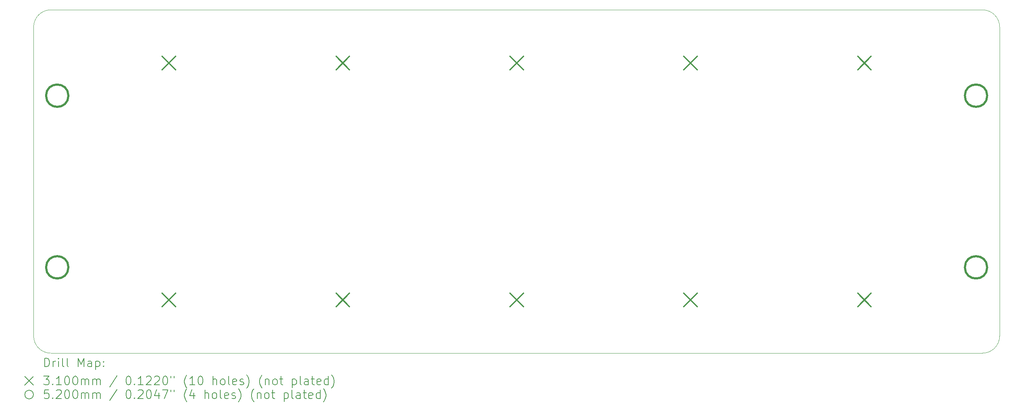
<source format=gbr>
%TF.GenerationSoftware,KiCad,Pcbnew,7.0.8*%
%TF.CreationDate,2023-11-12T21:22:33-08:00*%
%TF.ProjectId,10p-battery-holder,3130702d-6261-4747-9465-72792d686f6c,V1*%
%TF.SameCoordinates,Original*%
%TF.FileFunction,Drillmap*%
%TF.FilePolarity,Positive*%
%FSLAX45Y45*%
G04 Gerber Fmt 4.5, Leading zero omitted, Abs format (unit mm)*
G04 Created by KiCad (PCBNEW 7.0.8) date 2023-11-12 21:22:33*
%MOMM*%
%LPD*%
G01*
G04 APERTURE LIST*
%ADD10C,0.100000*%
%ADD11C,0.200000*%
%ADD12C,0.310000*%
%ADD13C,0.520000*%
G04 APERTURE END LIST*
D10*
X26100000Y-13050000D02*
X4400000Y-13050000D01*
X26500000Y-5450000D02*
X26500000Y-12650000D01*
X26100000Y-13050000D02*
G75*
G03*
X26500000Y-12650000I0J400000D01*
G01*
X4000000Y-12650000D02*
G75*
G03*
X4400000Y-13050000I400000J0D01*
G01*
X4400000Y-5050000D02*
G75*
G03*
X4000000Y-5450000I0J-400000D01*
G01*
X4400000Y-5050000D02*
X26100000Y-5050000D01*
X4000000Y-12650000D02*
X4000000Y-5450000D01*
X26500000Y-5450000D02*
G75*
G03*
X26100000Y-5050000I-400000J0D01*
G01*
D11*
D12*
X6995000Y-6135000D02*
X7305000Y-6445000D01*
X7305000Y-6135000D02*
X6995000Y-6445000D01*
X6995000Y-11655000D02*
X7305000Y-11965000D01*
X7305000Y-11655000D02*
X6995000Y-11965000D01*
X11045000Y-6135000D02*
X11355000Y-6445000D01*
X11355000Y-6135000D02*
X11045000Y-6445000D01*
X11045000Y-11655000D02*
X11355000Y-11965000D01*
X11355000Y-11655000D02*
X11045000Y-11965000D01*
X15095000Y-6135000D02*
X15405000Y-6445000D01*
X15405000Y-6135000D02*
X15095000Y-6445000D01*
X15095000Y-11655000D02*
X15405000Y-11965000D01*
X15405000Y-11655000D02*
X15095000Y-11965000D01*
X19145000Y-6135000D02*
X19455000Y-6445000D01*
X19455000Y-6135000D02*
X19145000Y-6445000D01*
X19145000Y-11655000D02*
X19455000Y-11965000D01*
X19455000Y-11655000D02*
X19145000Y-11965000D01*
X23195000Y-6135000D02*
X23505000Y-6445000D01*
X23505000Y-6135000D02*
X23195000Y-6445000D01*
X23195000Y-11655000D02*
X23505000Y-11965000D01*
X23505000Y-11655000D02*
X23195000Y-11965000D01*
D13*
X4810000Y-7050000D02*
G75*
G03*
X4810000Y-7050000I-260000J0D01*
G01*
X4810000Y-11050000D02*
G75*
G03*
X4810000Y-11050000I-260000J0D01*
G01*
X26210000Y-7050000D02*
G75*
G03*
X26210000Y-7050000I-260000J0D01*
G01*
X26210000Y-11050000D02*
G75*
G03*
X26210000Y-11050000I-260000J0D01*
G01*
D11*
X4255777Y-13366484D02*
X4255777Y-13166484D01*
X4255777Y-13166484D02*
X4303396Y-13166484D01*
X4303396Y-13166484D02*
X4331967Y-13176008D01*
X4331967Y-13176008D02*
X4351015Y-13195055D01*
X4351015Y-13195055D02*
X4360539Y-13214103D01*
X4360539Y-13214103D02*
X4370063Y-13252198D01*
X4370063Y-13252198D02*
X4370063Y-13280769D01*
X4370063Y-13280769D02*
X4360539Y-13318865D01*
X4360539Y-13318865D02*
X4351015Y-13337912D01*
X4351015Y-13337912D02*
X4331967Y-13356960D01*
X4331967Y-13356960D02*
X4303396Y-13366484D01*
X4303396Y-13366484D02*
X4255777Y-13366484D01*
X4455777Y-13366484D02*
X4455777Y-13233150D01*
X4455777Y-13271246D02*
X4465301Y-13252198D01*
X4465301Y-13252198D02*
X4474824Y-13242674D01*
X4474824Y-13242674D02*
X4493872Y-13233150D01*
X4493872Y-13233150D02*
X4512920Y-13233150D01*
X4579586Y-13366484D02*
X4579586Y-13233150D01*
X4579586Y-13166484D02*
X4570063Y-13176008D01*
X4570063Y-13176008D02*
X4579586Y-13185531D01*
X4579586Y-13185531D02*
X4589110Y-13176008D01*
X4589110Y-13176008D02*
X4579586Y-13166484D01*
X4579586Y-13166484D02*
X4579586Y-13185531D01*
X4703396Y-13366484D02*
X4684348Y-13356960D01*
X4684348Y-13356960D02*
X4674824Y-13337912D01*
X4674824Y-13337912D02*
X4674824Y-13166484D01*
X4808158Y-13366484D02*
X4789110Y-13356960D01*
X4789110Y-13356960D02*
X4779586Y-13337912D01*
X4779586Y-13337912D02*
X4779586Y-13166484D01*
X5036729Y-13366484D02*
X5036729Y-13166484D01*
X5036729Y-13166484D02*
X5103396Y-13309341D01*
X5103396Y-13309341D02*
X5170063Y-13166484D01*
X5170063Y-13166484D02*
X5170063Y-13366484D01*
X5351015Y-13366484D02*
X5351015Y-13261722D01*
X5351015Y-13261722D02*
X5341491Y-13242674D01*
X5341491Y-13242674D02*
X5322444Y-13233150D01*
X5322444Y-13233150D02*
X5284348Y-13233150D01*
X5284348Y-13233150D02*
X5265301Y-13242674D01*
X5351015Y-13356960D02*
X5331967Y-13366484D01*
X5331967Y-13366484D02*
X5284348Y-13366484D01*
X5284348Y-13366484D02*
X5265301Y-13356960D01*
X5265301Y-13356960D02*
X5255777Y-13337912D01*
X5255777Y-13337912D02*
X5255777Y-13318865D01*
X5255777Y-13318865D02*
X5265301Y-13299817D01*
X5265301Y-13299817D02*
X5284348Y-13290293D01*
X5284348Y-13290293D02*
X5331967Y-13290293D01*
X5331967Y-13290293D02*
X5351015Y-13280769D01*
X5446253Y-13233150D02*
X5446253Y-13433150D01*
X5446253Y-13242674D02*
X5465301Y-13233150D01*
X5465301Y-13233150D02*
X5503396Y-13233150D01*
X5503396Y-13233150D02*
X5522444Y-13242674D01*
X5522444Y-13242674D02*
X5531967Y-13252198D01*
X5531967Y-13252198D02*
X5541491Y-13271246D01*
X5541491Y-13271246D02*
X5541491Y-13328388D01*
X5541491Y-13328388D02*
X5531967Y-13347436D01*
X5531967Y-13347436D02*
X5522444Y-13356960D01*
X5522444Y-13356960D02*
X5503396Y-13366484D01*
X5503396Y-13366484D02*
X5465301Y-13366484D01*
X5465301Y-13366484D02*
X5446253Y-13356960D01*
X5627205Y-13347436D02*
X5636729Y-13356960D01*
X5636729Y-13356960D02*
X5627205Y-13366484D01*
X5627205Y-13366484D02*
X5617682Y-13356960D01*
X5617682Y-13356960D02*
X5627205Y-13347436D01*
X5627205Y-13347436D02*
X5627205Y-13366484D01*
X5627205Y-13242674D02*
X5636729Y-13252198D01*
X5636729Y-13252198D02*
X5627205Y-13261722D01*
X5627205Y-13261722D02*
X5617682Y-13252198D01*
X5617682Y-13252198D02*
X5627205Y-13242674D01*
X5627205Y-13242674D02*
X5627205Y-13261722D01*
X3795000Y-13595000D02*
X3995000Y-13795000D01*
X3995000Y-13595000D02*
X3795000Y-13795000D01*
X4236729Y-13586484D02*
X4360539Y-13586484D01*
X4360539Y-13586484D02*
X4293872Y-13662674D01*
X4293872Y-13662674D02*
X4322444Y-13662674D01*
X4322444Y-13662674D02*
X4341491Y-13672198D01*
X4341491Y-13672198D02*
X4351015Y-13681722D01*
X4351015Y-13681722D02*
X4360539Y-13700769D01*
X4360539Y-13700769D02*
X4360539Y-13748388D01*
X4360539Y-13748388D02*
X4351015Y-13767436D01*
X4351015Y-13767436D02*
X4341491Y-13776960D01*
X4341491Y-13776960D02*
X4322444Y-13786484D01*
X4322444Y-13786484D02*
X4265301Y-13786484D01*
X4265301Y-13786484D02*
X4246253Y-13776960D01*
X4246253Y-13776960D02*
X4236729Y-13767436D01*
X4446253Y-13767436D02*
X4455777Y-13776960D01*
X4455777Y-13776960D02*
X4446253Y-13786484D01*
X4446253Y-13786484D02*
X4436729Y-13776960D01*
X4436729Y-13776960D02*
X4446253Y-13767436D01*
X4446253Y-13767436D02*
X4446253Y-13786484D01*
X4646253Y-13786484D02*
X4531967Y-13786484D01*
X4589110Y-13786484D02*
X4589110Y-13586484D01*
X4589110Y-13586484D02*
X4570063Y-13615055D01*
X4570063Y-13615055D02*
X4551015Y-13634103D01*
X4551015Y-13634103D02*
X4531967Y-13643627D01*
X4770063Y-13586484D02*
X4789110Y-13586484D01*
X4789110Y-13586484D02*
X4808158Y-13596008D01*
X4808158Y-13596008D02*
X4817682Y-13605531D01*
X4817682Y-13605531D02*
X4827205Y-13624579D01*
X4827205Y-13624579D02*
X4836729Y-13662674D01*
X4836729Y-13662674D02*
X4836729Y-13710293D01*
X4836729Y-13710293D02*
X4827205Y-13748388D01*
X4827205Y-13748388D02*
X4817682Y-13767436D01*
X4817682Y-13767436D02*
X4808158Y-13776960D01*
X4808158Y-13776960D02*
X4789110Y-13786484D01*
X4789110Y-13786484D02*
X4770063Y-13786484D01*
X4770063Y-13786484D02*
X4751015Y-13776960D01*
X4751015Y-13776960D02*
X4741491Y-13767436D01*
X4741491Y-13767436D02*
X4731967Y-13748388D01*
X4731967Y-13748388D02*
X4722444Y-13710293D01*
X4722444Y-13710293D02*
X4722444Y-13662674D01*
X4722444Y-13662674D02*
X4731967Y-13624579D01*
X4731967Y-13624579D02*
X4741491Y-13605531D01*
X4741491Y-13605531D02*
X4751015Y-13596008D01*
X4751015Y-13596008D02*
X4770063Y-13586484D01*
X4960539Y-13586484D02*
X4979586Y-13586484D01*
X4979586Y-13586484D02*
X4998634Y-13596008D01*
X4998634Y-13596008D02*
X5008158Y-13605531D01*
X5008158Y-13605531D02*
X5017682Y-13624579D01*
X5017682Y-13624579D02*
X5027205Y-13662674D01*
X5027205Y-13662674D02*
X5027205Y-13710293D01*
X5027205Y-13710293D02*
X5017682Y-13748388D01*
X5017682Y-13748388D02*
X5008158Y-13767436D01*
X5008158Y-13767436D02*
X4998634Y-13776960D01*
X4998634Y-13776960D02*
X4979586Y-13786484D01*
X4979586Y-13786484D02*
X4960539Y-13786484D01*
X4960539Y-13786484D02*
X4941491Y-13776960D01*
X4941491Y-13776960D02*
X4931967Y-13767436D01*
X4931967Y-13767436D02*
X4922444Y-13748388D01*
X4922444Y-13748388D02*
X4912920Y-13710293D01*
X4912920Y-13710293D02*
X4912920Y-13662674D01*
X4912920Y-13662674D02*
X4922444Y-13624579D01*
X4922444Y-13624579D02*
X4931967Y-13605531D01*
X4931967Y-13605531D02*
X4941491Y-13596008D01*
X4941491Y-13596008D02*
X4960539Y-13586484D01*
X5112920Y-13786484D02*
X5112920Y-13653150D01*
X5112920Y-13672198D02*
X5122444Y-13662674D01*
X5122444Y-13662674D02*
X5141491Y-13653150D01*
X5141491Y-13653150D02*
X5170063Y-13653150D01*
X5170063Y-13653150D02*
X5189110Y-13662674D01*
X5189110Y-13662674D02*
X5198634Y-13681722D01*
X5198634Y-13681722D02*
X5198634Y-13786484D01*
X5198634Y-13681722D02*
X5208158Y-13662674D01*
X5208158Y-13662674D02*
X5227205Y-13653150D01*
X5227205Y-13653150D02*
X5255777Y-13653150D01*
X5255777Y-13653150D02*
X5274825Y-13662674D01*
X5274825Y-13662674D02*
X5284348Y-13681722D01*
X5284348Y-13681722D02*
X5284348Y-13786484D01*
X5379586Y-13786484D02*
X5379586Y-13653150D01*
X5379586Y-13672198D02*
X5389110Y-13662674D01*
X5389110Y-13662674D02*
X5408158Y-13653150D01*
X5408158Y-13653150D02*
X5436729Y-13653150D01*
X5436729Y-13653150D02*
X5455777Y-13662674D01*
X5455777Y-13662674D02*
X5465301Y-13681722D01*
X5465301Y-13681722D02*
X5465301Y-13786484D01*
X5465301Y-13681722D02*
X5474825Y-13662674D01*
X5474825Y-13662674D02*
X5493872Y-13653150D01*
X5493872Y-13653150D02*
X5522444Y-13653150D01*
X5522444Y-13653150D02*
X5541491Y-13662674D01*
X5541491Y-13662674D02*
X5551015Y-13681722D01*
X5551015Y-13681722D02*
X5551015Y-13786484D01*
X5941491Y-13576960D02*
X5770063Y-13834103D01*
X6198634Y-13586484D02*
X6217682Y-13586484D01*
X6217682Y-13586484D02*
X6236729Y-13596008D01*
X6236729Y-13596008D02*
X6246253Y-13605531D01*
X6246253Y-13605531D02*
X6255777Y-13624579D01*
X6255777Y-13624579D02*
X6265301Y-13662674D01*
X6265301Y-13662674D02*
X6265301Y-13710293D01*
X6265301Y-13710293D02*
X6255777Y-13748388D01*
X6255777Y-13748388D02*
X6246253Y-13767436D01*
X6246253Y-13767436D02*
X6236729Y-13776960D01*
X6236729Y-13776960D02*
X6217682Y-13786484D01*
X6217682Y-13786484D02*
X6198634Y-13786484D01*
X6198634Y-13786484D02*
X6179586Y-13776960D01*
X6179586Y-13776960D02*
X6170063Y-13767436D01*
X6170063Y-13767436D02*
X6160539Y-13748388D01*
X6160539Y-13748388D02*
X6151015Y-13710293D01*
X6151015Y-13710293D02*
X6151015Y-13662674D01*
X6151015Y-13662674D02*
X6160539Y-13624579D01*
X6160539Y-13624579D02*
X6170063Y-13605531D01*
X6170063Y-13605531D02*
X6179586Y-13596008D01*
X6179586Y-13596008D02*
X6198634Y-13586484D01*
X6351015Y-13767436D02*
X6360539Y-13776960D01*
X6360539Y-13776960D02*
X6351015Y-13786484D01*
X6351015Y-13786484D02*
X6341491Y-13776960D01*
X6341491Y-13776960D02*
X6351015Y-13767436D01*
X6351015Y-13767436D02*
X6351015Y-13786484D01*
X6551015Y-13786484D02*
X6436729Y-13786484D01*
X6493872Y-13786484D02*
X6493872Y-13586484D01*
X6493872Y-13586484D02*
X6474825Y-13615055D01*
X6474825Y-13615055D02*
X6455777Y-13634103D01*
X6455777Y-13634103D02*
X6436729Y-13643627D01*
X6627206Y-13605531D02*
X6636729Y-13596008D01*
X6636729Y-13596008D02*
X6655777Y-13586484D01*
X6655777Y-13586484D02*
X6703396Y-13586484D01*
X6703396Y-13586484D02*
X6722444Y-13596008D01*
X6722444Y-13596008D02*
X6731967Y-13605531D01*
X6731967Y-13605531D02*
X6741491Y-13624579D01*
X6741491Y-13624579D02*
X6741491Y-13643627D01*
X6741491Y-13643627D02*
X6731967Y-13672198D01*
X6731967Y-13672198D02*
X6617682Y-13786484D01*
X6617682Y-13786484D02*
X6741491Y-13786484D01*
X6817682Y-13605531D02*
X6827206Y-13596008D01*
X6827206Y-13596008D02*
X6846253Y-13586484D01*
X6846253Y-13586484D02*
X6893872Y-13586484D01*
X6893872Y-13586484D02*
X6912920Y-13596008D01*
X6912920Y-13596008D02*
X6922444Y-13605531D01*
X6922444Y-13605531D02*
X6931967Y-13624579D01*
X6931967Y-13624579D02*
X6931967Y-13643627D01*
X6931967Y-13643627D02*
X6922444Y-13672198D01*
X6922444Y-13672198D02*
X6808158Y-13786484D01*
X6808158Y-13786484D02*
X6931967Y-13786484D01*
X7055777Y-13586484D02*
X7074825Y-13586484D01*
X7074825Y-13586484D02*
X7093872Y-13596008D01*
X7093872Y-13596008D02*
X7103396Y-13605531D01*
X7103396Y-13605531D02*
X7112920Y-13624579D01*
X7112920Y-13624579D02*
X7122444Y-13662674D01*
X7122444Y-13662674D02*
X7122444Y-13710293D01*
X7122444Y-13710293D02*
X7112920Y-13748388D01*
X7112920Y-13748388D02*
X7103396Y-13767436D01*
X7103396Y-13767436D02*
X7093872Y-13776960D01*
X7093872Y-13776960D02*
X7074825Y-13786484D01*
X7074825Y-13786484D02*
X7055777Y-13786484D01*
X7055777Y-13786484D02*
X7036729Y-13776960D01*
X7036729Y-13776960D02*
X7027206Y-13767436D01*
X7027206Y-13767436D02*
X7017682Y-13748388D01*
X7017682Y-13748388D02*
X7008158Y-13710293D01*
X7008158Y-13710293D02*
X7008158Y-13662674D01*
X7008158Y-13662674D02*
X7017682Y-13624579D01*
X7017682Y-13624579D02*
X7027206Y-13605531D01*
X7027206Y-13605531D02*
X7036729Y-13596008D01*
X7036729Y-13596008D02*
X7055777Y-13586484D01*
X7198634Y-13586484D02*
X7198634Y-13624579D01*
X7274825Y-13586484D02*
X7274825Y-13624579D01*
X7570063Y-13862674D02*
X7560539Y-13853150D01*
X7560539Y-13853150D02*
X7541491Y-13824579D01*
X7541491Y-13824579D02*
X7531968Y-13805531D01*
X7531968Y-13805531D02*
X7522444Y-13776960D01*
X7522444Y-13776960D02*
X7512920Y-13729341D01*
X7512920Y-13729341D02*
X7512920Y-13691246D01*
X7512920Y-13691246D02*
X7522444Y-13643627D01*
X7522444Y-13643627D02*
X7531968Y-13615055D01*
X7531968Y-13615055D02*
X7541491Y-13596008D01*
X7541491Y-13596008D02*
X7560539Y-13567436D01*
X7560539Y-13567436D02*
X7570063Y-13557912D01*
X7751015Y-13786484D02*
X7636729Y-13786484D01*
X7693872Y-13786484D02*
X7693872Y-13586484D01*
X7693872Y-13586484D02*
X7674825Y-13615055D01*
X7674825Y-13615055D02*
X7655777Y-13634103D01*
X7655777Y-13634103D02*
X7636729Y-13643627D01*
X7874825Y-13586484D02*
X7893872Y-13586484D01*
X7893872Y-13586484D02*
X7912920Y-13596008D01*
X7912920Y-13596008D02*
X7922444Y-13605531D01*
X7922444Y-13605531D02*
X7931968Y-13624579D01*
X7931968Y-13624579D02*
X7941491Y-13662674D01*
X7941491Y-13662674D02*
X7941491Y-13710293D01*
X7941491Y-13710293D02*
X7931968Y-13748388D01*
X7931968Y-13748388D02*
X7922444Y-13767436D01*
X7922444Y-13767436D02*
X7912920Y-13776960D01*
X7912920Y-13776960D02*
X7893872Y-13786484D01*
X7893872Y-13786484D02*
X7874825Y-13786484D01*
X7874825Y-13786484D02*
X7855777Y-13776960D01*
X7855777Y-13776960D02*
X7846253Y-13767436D01*
X7846253Y-13767436D02*
X7836729Y-13748388D01*
X7836729Y-13748388D02*
X7827206Y-13710293D01*
X7827206Y-13710293D02*
X7827206Y-13662674D01*
X7827206Y-13662674D02*
X7836729Y-13624579D01*
X7836729Y-13624579D02*
X7846253Y-13605531D01*
X7846253Y-13605531D02*
X7855777Y-13596008D01*
X7855777Y-13596008D02*
X7874825Y-13586484D01*
X8179587Y-13786484D02*
X8179587Y-13586484D01*
X8265301Y-13786484D02*
X8265301Y-13681722D01*
X8265301Y-13681722D02*
X8255777Y-13662674D01*
X8255777Y-13662674D02*
X8236730Y-13653150D01*
X8236730Y-13653150D02*
X8208158Y-13653150D01*
X8208158Y-13653150D02*
X8189110Y-13662674D01*
X8189110Y-13662674D02*
X8179587Y-13672198D01*
X8389111Y-13786484D02*
X8370063Y-13776960D01*
X8370063Y-13776960D02*
X8360539Y-13767436D01*
X8360539Y-13767436D02*
X8351015Y-13748388D01*
X8351015Y-13748388D02*
X8351015Y-13691246D01*
X8351015Y-13691246D02*
X8360539Y-13672198D01*
X8360539Y-13672198D02*
X8370063Y-13662674D01*
X8370063Y-13662674D02*
X8389111Y-13653150D01*
X8389111Y-13653150D02*
X8417682Y-13653150D01*
X8417682Y-13653150D02*
X8436730Y-13662674D01*
X8436730Y-13662674D02*
X8446253Y-13672198D01*
X8446253Y-13672198D02*
X8455777Y-13691246D01*
X8455777Y-13691246D02*
X8455777Y-13748388D01*
X8455777Y-13748388D02*
X8446253Y-13767436D01*
X8446253Y-13767436D02*
X8436730Y-13776960D01*
X8436730Y-13776960D02*
X8417682Y-13786484D01*
X8417682Y-13786484D02*
X8389111Y-13786484D01*
X8570063Y-13786484D02*
X8551015Y-13776960D01*
X8551015Y-13776960D02*
X8541492Y-13757912D01*
X8541492Y-13757912D02*
X8541492Y-13586484D01*
X8722444Y-13776960D02*
X8703396Y-13786484D01*
X8703396Y-13786484D02*
X8665301Y-13786484D01*
X8665301Y-13786484D02*
X8646253Y-13776960D01*
X8646253Y-13776960D02*
X8636730Y-13757912D01*
X8636730Y-13757912D02*
X8636730Y-13681722D01*
X8636730Y-13681722D02*
X8646253Y-13662674D01*
X8646253Y-13662674D02*
X8665301Y-13653150D01*
X8665301Y-13653150D02*
X8703396Y-13653150D01*
X8703396Y-13653150D02*
X8722444Y-13662674D01*
X8722444Y-13662674D02*
X8731968Y-13681722D01*
X8731968Y-13681722D02*
X8731968Y-13700769D01*
X8731968Y-13700769D02*
X8636730Y-13719817D01*
X8808158Y-13776960D02*
X8827206Y-13786484D01*
X8827206Y-13786484D02*
X8865301Y-13786484D01*
X8865301Y-13786484D02*
X8884349Y-13776960D01*
X8884349Y-13776960D02*
X8893873Y-13757912D01*
X8893873Y-13757912D02*
X8893873Y-13748388D01*
X8893873Y-13748388D02*
X8884349Y-13729341D01*
X8884349Y-13729341D02*
X8865301Y-13719817D01*
X8865301Y-13719817D02*
X8836730Y-13719817D01*
X8836730Y-13719817D02*
X8817682Y-13710293D01*
X8817682Y-13710293D02*
X8808158Y-13691246D01*
X8808158Y-13691246D02*
X8808158Y-13681722D01*
X8808158Y-13681722D02*
X8817682Y-13662674D01*
X8817682Y-13662674D02*
X8836730Y-13653150D01*
X8836730Y-13653150D02*
X8865301Y-13653150D01*
X8865301Y-13653150D02*
X8884349Y-13662674D01*
X8960539Y-13862674D02*
X8970063Y-13853150D01*
X8970063Y-13853150D02*
X8989111Y-13824579D01*
X8989111Y-13824579D02*
X8998634Y-13805531D01*
X8998634Y-13805531D02*
X9008158Y-13776960D01*
X9008158Y-13776960D02*
X9017682Y-13729341D01*
X9017682Y-13729341D02*
X9017682Y-13691246D01*
X9017682Y-13691246D02*
X9008158Y-13643627D01*
X9008158Y-13643627D02*
X8998634Y-13615055D01*
X8998634Y-13615055D02*
X8989111Y-13596008D01*
X8989111Y-13596008D02*
X8970063Y-13567436D01*
X8970063Y-13567436D02*
X8960539Y-13557912D01*
X9322444Y-13862674D02*
X9312920Y-13853150D01*
X9312920Y-13853150D02*
X9293873Y-13824579D01*
X9293873Y-13824579D02*
X9284349Y-13805531D01*
X9284349Y-13805531D02*
X9274825Y-13776960D01*
X9274825Y-13776960D02*
X9265301Y-13729341D01*
X9265301Y-13729341D02*
X9265301Y-13691246D01*
X9265301Y-13691246D02*
X9274825Y-13643627D01*
X9274825Y-13643627D02*
X9284349Y-13615055D01*
X9284349Y-13615055D02*
X9293873Y-13596008D01*
X9293873Y-13596008D02*
X9312920Y-13567436D01*
X9312920Y-13567436D02*
X9322444Y-13557912D01*
X9398634Y-13653150D02*
X9398634Y-13786484D01*
X9398634Y-13672198D02*
X9408158Y-13662674D01*
X9408158Y-13662674D02*
X9427206Y-13653150D01*
X9427206Y-13653150D02*
X9455777Y-13653150D01*
X9455777Y-13653150D02*
X9474825Y-13662674D01*
X9474825Y-13662674D02*
X9484349Y-13681722D01*
X9484349Y-13681722D02*
X9484349Y-13786484D01*
X9608158Y-13786484D02*
X9589111Y-13776960D01*
X9589111Y-13776960D02*
X9579587Y-13767436D01*
X9579587Y-13767436D02*
X9570063Y-13748388D01*
X9570063Y-13748388D02*
X9570063Y-13691246D01*
X9570063Y-13691246D02*
X9579587Y-13672198D01*
X9579587Y-13672198D02*
X9589111Y-13662674D01*
X9589111Y-13662674D02*
X9608158Y-13653150D01*
X9608158Y-13653150D02*
X9636730Y-13653150D01*
X9636730Y-13653150D02*
X9655777Y-13662674D01*
X9655777Y-13662674D02*
X9665301Y-13672198D01*
X9665301Y-13672198D02*
X9674825Y-13691246D01*
X9674825Y-13691246D02*
X9674825Y-13748388D01*
X9674825Y-13748388D02*
X9665301Y-13767436D01*
X9665301Y-13767436D02*
X9655777Y-13776960D01*
X9655777Y-13776960D02*
X9636730Y-13786484D01*
X9636730Y-13786484D02*
X9608158Y-13786484D01*
X9731968Y-13653150D02*
X9808158Y-13653150D01*
X9760539Y-13586484D02*
X9760539Y-13757912D01*
X9760539Y-13757912D02*
X9770063Y-13776960D01*
X9770063Y-13776960D02*
X9789111Y-13786484D01*
X9789111Y-13786484D02*
X9808158Y-13786484D01*
X10027206Y-13653150D02*
X10027206Y-13853150D01*
X10027206Y-13662674D02*
X10046254Y-13653150D01*
X10046254Y-13653150D02*
X10084349Y-13653150D01*
X10084349Y-13653150D02*
X10103396Y-13662674D01*
X10103396Y-13662674D02*
X10112920Y-13672198D01*
X10112920Y-13672198D02*
X10122444Y-13691246D01*
X10122444Y-13691246D02*
X10122444Y-13748388D01*
X10122444Y-13748388D02*
X10112920Y-13767436D01*
X10112920Y-13767436D02*
X10103396Y-13776960D01*
X10103396Y-13776960D02*
X10084349Y-13786484D01*
X10084349Y-13786484D02*
X10046254Y-13786484D01*
X10046254Y-13786484D02*
X10027206Y-13776960D01*
X10236730Y-13786484D02*
X10217682Y-13776960D01*
X10217682Y-13776960D02*
X10208158Y-13757912D01*
X10208158Y-13757912D02*
X10208158Y-13586484D01*
X10398635Y-13786484D02*
X10398635Y-13681722D01*
X10398635Y-13681722D02*
X10389111Y-13662674D01*
X10389111Y-13662674D02*
X10370063Y-13653150D01*
X10370063Y-13653150D02*
X10331968Y-13653150D01*
X10331968Y-13653150D02*
X10312920Y-13662674D01*
X10398635Y-13776960D02*
X10379587Y-13786484D01*
X10379587Y-13786484D02*
X10331968Y-13786484D01*
X10331968Y-13786484D02*
X10312920Y-13776960D01*
X10312920Y-13776960D02*
X10303396Y-13757912D01*
X10303396Y-13757912D02*
X10303396Y-13738865D01*
X10303396Y-13738865D02*
X10312920Y-13719817D01*
X10312920Y-13719817D02*
X10331968Y-13710293D01*
X10331968Y-13710293D02*
X10379587Y-13710293D01*
X10379587Y-13710293D02*
X10398635Y-13700769D01*
X10465301Y-13653150D02*
X10541492Y-13653150D01*
X10493873Y-13586484D02*
X10493873Y-13757912D01*
X10493873Y-13757912D02*
X10503396Y-13776960D01*
X10503396Y-13776960D02*
X10522444Y-13786484D01*
X10522444Y-13786484D02*
X10541492Y-13786484D01*
X10684349Y-13776960D02*
X10665301Y-13786484D01*
X10665301Y-13786484D02*
X10627206Y-13786484D01*
X10627206Y-13786484D02*
X10608158Y-13776960D01*
X10608158Y-13776960D02*
X10598635Y-13757912D01*
X10598635Y-13757912D02*
X10598635Y-13681722D01*
X10598635Y-13681722D02*
X10608158Y-13662674D01*
X10608158Y-13662674D02*
X10627206Y-13653150D01*
X10627206Y-13653150D02*
X10665301Y-13653150D01*
X10665301Y-13653150D02*
X10684349Y-13662674D01*
X10684349Y-13662674D02*
X10693873Y-13681722D01*
X10693873Y-13681722D02*
X10693873Y-13700769D01*
X10693873Y-13700769D02*
X10598635Y-13719817D01*
X10865301Y-13786484D02*
X10865301Y-13586484D01*
X10865301Y-13776960D02*
X10846254Y-13786484D01*
X10846254Y-13786484D02*
X10808158Y-13786484D01*
X10808158Y-13786484D02*
X10789111Y-13776960D01*
X10789111Y-13776960D02*
X10779587Y-13767436D01*
X10779587Y-13767436D02*
X10770063Y-13748388D01*
X10770063Y-13748388D02*
X10770063Y-13691246D01*
X10770063Y-13691246D02*
X10779587Y-13672198D01*
X10779587Y-13672198D02*
X10789111Y-13662674D01*
X10789111Y-13662674D02*
X10808158Y-13653150D01*
X10808158Y-13653150D02*
X10846254Y-13653150D01*
X10846254Y-13653150D02*
X10865301Y-13662674D01*
X10941492Y-13862674D02*
X10951016Y-13853150D01*
X10951016Y-13853150D02*
X10970063Y-13824579D01*
X10970063Y-13824579D02*
X10979587Y-13805531D01*
X10979587Y-13805531D02*
X10989111Y-13776960D01*
X10989111Y-13776960D02*
X10998635Y-13729341D01*
X10998635Y-13729341D02*
X10998635Y-13691246D01*
X10998635Y-13691246D02*
X10989111Y-13643627D01*
X10989111Y-13643627D02*
X10979587Y-13615055D01*
X10979587Y-13615055D02*
X10970063Y-13596008D01*
X10970063Y-13596008D02*
X10951016Y-13567436D01*
X10951016Y-13567436D02*
X10941492Y-13557912D01*
X3995000Y-14015000D02*
G75*
G03*
X3995000Y-14015000I-100000J0D01*
G01*
X4351015Y-13906484D02*
X4255777Y-13906484D01*
X4255777Y-13906484D02*
X4246253Y-14001722D01*
X4246253Y-14001722D02*
X4255777Y-13992198D01*
X4255777Y-13992198D02*
X4274824Y-13982674D01*
X4274824Y-13982674D02*
X4322444Y-13982674D01*
X4322444Y-13982674D02*
X4341491Y-13992198D01*
X4341491Y-13992198D02*
X4351015Y-14001722D01*
X4351015Y-14001722D02*
X4360539Y-14020769D01*
X4360539Y-14020769D02*
X4360539Y-14068388D01*
X4360539Y-14068388D02*
X4351015Y-14087436D01*
X4351015Y-14087436D02*
X4341491Y-14096960D01*
X4341491Y-14096960D02*
X4322444Y-14106484D01*
X4322444Y-14106484D02*
X4274824Y-14106484D01*
X4274824Y-14106484D02*
X4255777Y-14096960D01*
X4255777Y-14096960D02*
X4246253Y-14087436D01*
X4446253Y-14087436D02*
X4455777Y-14096960D01*
X4455777Y-14096960D02*
X4446253Y-14106484D01*
X4446253Y-14106484D02*
X4436729Y-14096960D01*
X4436729Y-14096960D02*
X4446253Y-14087436D01*
X4446253Y-14087436D02*
X4446253Y-14106484D01*
X4531967Y-13925531D02*
X4541491Y-13916008D01*
X4541491Y-13916008D02*
X4560539Y-13906484D01*
X4560539Y-13906484D02*
X4608158Y-13906484D01*
X4608158Y-13906484D02*
X4627205Y-13916008D01*
X4627205Y-13916008D02*
X4636729Y-13925531D01*
X4636729Y-13925531D02*
X4646253Y-13944579D01*
X4646253Y-13944579D02*
X4646253Y-13963627D01*
X4646253Y-13963627D02*
X4636729Y-13992198D01*
X4636729Y-13992198D02*
X4522444Y-14106484D01*
X4522444Y-14106484D02*
X4646253Y-14106484D01*
X4770063Y-13906484D02*
X4789110Y-13906484D01*
X4789110Y-13906484D02*
X4808158Y-13916008D01*
X4808158Y-13916008D02*
X4817682Y-13925531D01*
X4817682Y-13925531D02*
X4827205Y-13944579D01*
X4827205Y-13944579D02*
X4836729Y-13982674D01*
X4836729Y-13982674D02*
X4836729Y-14030293D01*
X4836729Y-14030293D02*
X4827205Y-14068388D01*
X4827205Y-14068388D02*
X4817682Y-14087436D01*
X4817682Y-14087436D02*
X4808158Y-14096960D01*
X4808158Y-14096960D02*
X4789110Y-14106484D01*
X4789110Y-14106484D02*
X4770063Y-14106484D01*
X4770063Y-14106484D02*
X4751015Y-14096960D01*
X4751015Y-14096960D02*
X4741491Y-14087436D01*
X4741491Y-14087436D02*
X4731967Y-14068388D01*
X4731967Y-14068388D02*
X4722444Y-14030293D01*
X4722444Y-14030293D02*
X4722444Y-13982674D01*
X4722444Y-13982674D02*
X4731967Y-13944579D01*
X4731967Y-13944579D02*
X4741491Y-13925531D01*
X4741491Y-13925531D02*
X4751015Y-13916008D01*
X4751015Y-13916008D02*
X4770063Y-13906484D01*
X4960539Y-13906484D02*
X4979586Y-13906484D01*
X4979586Y-13906484D02*
X4998634Y-13916008D01*
X4998634Y-13916008D02*
X5008158Y-13925531D01*
X5008158Y-13925531D02*
X5017682Y-13944579D01*
X5017682Y-13944579D02*
X5027205Y-13982674D01*
X5027205Y-13982674D02*
X5027205Y-14030293D01*
X5027205Y-14030293D02*
X5017682Y-14068388D01*
X5017682Y-14068388D02*
X5008158Y-14087436D01*
X5008158Y-14087436D02*
X4998634Y-14096960D01*
X4998634Y-14096960D02*
X4979586Y-14106484D01*
X4979586Y-14106484D02*
X4960539Y-14106484D01*
X4960539Y-14106484D02*
X4941491Y-14096960D01*
X4941491Y-14096960D02*
X4931967Y-14087436D01*
X4931967Y-14087436D02*
X4922444Y-14068388D01*
X4922444Y-14068388D02*
X4912920Y-14030293D01*
X4912920Y-14030293D02*
X4912920Y-13982674D01*
X4912920Y-13982674D02*
X4922444Y-13944579D01*
X4922444Y-13944579D02*
X4931967Y-13925531D01*
X4931967Y-13925531D02*
X4941491Y-13916008D01*
X4941491Y-13916008D02*
X4960539Y-13906484D01*
X5112920Y-14106484D02*
X5112920Y-13973150D01*
X5112920Y-13992198D02*
X5122444Y-13982674D01*
X5122444Y-13982674D02*
X5141491Y-13973150D01*
X5141491Y-13973150D02*
X5170063Y-13973150D01*
X5170063Y-13973150D02*
X5189110Y-13982674D01*
X5189110Y-13982674D02*
X5198634Y-14001722D01*
X5198634Y-14001722D02*
X5198634Y-14106484D01*
X5198634Y-14001722D02*
X5208158Y-13982674D01*
X5208158Y-13982674D02*
X5227205Y-13973150D01*
X5227205Y-13973150D02*
X5255777Y-13973150D01*
X5255777Y-13973150D02*
X5274825Y-13982674D01*
X5274825Y-13982674D02*
X5284348Y-14001722D01*
X5284348Y-14001722D02*
X5284348Y-14106484D01*
X5379586Y-14106484D02*
X5379586Y-13973150D01*
X5379586Y-13992198D02*
X5389110Y-13982674D01*
X5389110Y-13982674D02*
X5408158Y-13973150D01*
X5408158Y-13973150D02*
X5436729Y-13973150D01*
X5436729Y-13973150D02*
X5455777Y-13982674D01*
X5455777Y-13982674D02*
X5465301Y-14001722D01*
X5465301Y-14001722D02*
X5465301Y-14106484D01*
X5465301Y-14001722D02*
X5474825Y-13982674D01*
X5474825Y-13982674D02*
X5493872Y-13973150D01*
X5493872Y-13973150D02*
X5522444Y-13973150D01*
X5522444Y-13973150D02*
X5541491Y-13982674D01*
X5541491Y-13982674D02*
X5551015Y-14001722D01*
X5551015Y-14001722D02*
X5551015Y-14106484D01*
X5941491Y-13896960D02*
X5770063Y-14154103D01*
X6198634Y-13906484D02*
X6217682Y-13906484D01*
X6217682Y-13906484D02*
X6236729Y-13916008D01*
X6236729Y-13916008D02*
X6246253Y-13925531D01*
X6246253Y-13925531D02*
X6255777Y-13944579D01*
X6255777Y-13944579D02*
X6265301Y-13982674D01*
X6265301Y-13982674D02*
X6265301Y-14030293D01*
X6265301Y-14030293D02*
X6255777Y-14068388D01*
X6255777Y-14068388D02*
X6246253Y-14087436D01*
X6246253Y-14087436D02*
X6236729Y-14096960D01*
X6236729Y-14096960D02*
X6217682Y-14106484D01*
X6217682Y-14106484D02*
X6198634Y-14106484D01*
X6198634Y-14106484D02*
X6179586Y-14096960D01*
X6179586Y-14096960D02*
X6170063Y-14087436D01*
X6170063Y-14087436D02*
X6160539Y-14068388D01*
X6160539Y-14068388D02*
X6151015Y-14030293D01*
X6151015Y-14030293D02*
X6151015Y-13982674D01*
X6151015Y-13982674D02*
X6160539Y-13944579D01*
X6160539Y-13944579D02*
X6170063Y-13925531D01*
X6170063Y-13925531D02*
X6179586Y-13916008D01*
X6179586Y-13916008D02*
X6198634Y-13906484D01*
X6351015Y-14087436D02*
X6360539Y-14096960D01*
X6360539Y-14096960D02*
X6351015Y-14106484D01*
X6351015Y-14106484D02*
X6341491Y-14096960D01*
X6341491Y-14096960D02*
X6351015Y-14087436D01*
X6351015Y-14087436D02*
X6351015Y-14106484D01*
X6436729Y-13925531D02*
X6446253Y-13916008D01*
X6446253Y-13916008D02*
X6465301Y-13906484D01*
X6465301Y-13906484D02*
X6512920Y-13906484D01*
X6512920Y-13906484D02*
X6531967Y-13916008D01*
X6531967Y-13916008D02*
X6541491Y-13925531D01*
X6541491Y-13925531D02*
X6551015Y-13944579D01*
X6551015Y-13944579D02*
X6551015Y-13963627D01*
X6551015Y-13963627D02*
X6541491Y-13992198D01*
X6541491Y-13992198D02*
X6427206Y-14106484D01*
X6427206Y-14106484D02*
X6551015Y-14106484D01*
X6674825Y-13906484D02*
X6693872Y-13906484D01*
X6693872Y-13906484D02*
X6712920Y-13916008D01*
X6712920Y-13916008D02*
X6722444Y-13925531D01*
X6722444Y-13925531D02*
X6731967Y-13944579D01*
X6731967Y-13944579D02*
X6741491Y-13982674D01*
X6741491Y-13982674D02*
X6741491Y-14030293D01*
X6741491Y-14030293D02*
X6731967Y-14068388D01*
X6731967Y-14068388D02*
X6722444Y-14087436D01*
X6722444Y-14087436D02*
X6712920Y-14096960D01*
X6712920Y-14096960D02*
X6693872Y-14106484D01*
X6693872Y-14106484D02*
X6674825Y-14106484D01*
X6674825Y-14106484D02*
X6655777Y-14096960D01*
X6655777Y-14096960D02*
X6646253Y-14087436D01*
X6646253Y-14087436D02*
X6636729Y-14068388D01*
X6636729Y-14068388D02*
X6627206Y-14030293D01*
X6627206Y-14030293D02*
X6627206Y-13982674D01*
X6627206Y-13982674D02*
X6636729Y-13944579D01*
X6636729Y-13944579D02*
X6646253Y-13925531D01*
X6646253Y-13925531D02*
X6655777Y-13916008D01*
X6655777Y-13916008D02*
X6674825Y-13906484D01*
X6912920Y-13973150D02*
X6912920Y-14106484D01*
X6865301Y-13896960D02*
X6817682Y-14039817D01*
X6817682Y-14039817D02*
X6941491Y-14039817D01*
X6998634Y-13906484D02*
X7131967Y-13906484D01*
X7131967Y-13906484D02*
X7046253Y-14106484D01*
X7198634Y-13906484D02*
X7198634Y-13944579D01*
X7274825Y-13906484D02*
X7274825Y-13944579D01*
X7570063Y-14182674D02*
X7560539Y-14173150D01*
X7560539Y-14173150D02*
X7541491Y-14144579D01*
X7541491Y-14144579D02*
X7531968Y-14125531D01*
X7531968Y-14125531D02*
X7522444Y-14096960D01*
X7522444Y-14096960D02*
X7512920Y-14049341D01*
X7512920Y-14049341D02*
X7512920Y-14011246D01*
X7512920Y-14011246D02*
X7522444Y-13963627D01*
X7522444Y-13963627D02*
X7531968Y-13935055D01*
X7531968Y-13935055D02*
X7541491Y-13916008D01*
X7541491Y-13916008D02*
X7560539Y-13887436D01*
X7560539Y-13887436D02*
X7570063Y-13877912D01*
X7731968Y-13973150D02*
X7731968Y-14106484D01*
X7684348Y-13896960D02*
X7636729Y-14039817D01*
X7636729Y-14039817D02*
X7760539Y-14039817D01*
X7989110Y-14106484D02*
X7989110Y-13906484D01*
X8074825Y-14106484D02*
X8074825Y-14001722D01*
X8074825Y-14001722D02*
X8065301Y-13982674D01*
X8065301Y-13982674D02*
X8046253Y-13973150D01*
X8046253Y-13973150D02*
X8017682Y-13973150D01*
X8017682Y-13973150D02*
X7998634Y-13982674D01*
X7998634Y-13982674D02*
X7989110Y-13992198D01*
X8198634Y-14106484D02*
X8179587Y-14096960D01*
X8179587Y-14096960D02*
X8170063Y-14087436D01*
X8170063Y-14087436D02*
X8160539Y-14068388D01*
X8160539Y-14068388D02*
X8160539Y-14011246D01*
X8160539Y-14011246D02*
X8170063Y-13992198D01*
X8170063Y-13992198D02*
X8179587Y-13982674D01*
X8179587Y-13982674D02*
X8198634Y-13973150D01*
X8198634Y-13973150D02*
X8227206Y-13973150D01*
X8227206Y-13973150D02*
X8246253Y-13982674D01*
X8246253Y-13982674D02*
X8255777Y-13992198D01*
X8255777Y-13992198D02*
X8265301Y-14011246D01*
X8265301Y-14011246D02*
X8265301Y-14068388D01*
X8265301Y-14068388D02*
X8255777Y-14087436D01*
X8255777Y-14087436D02*
X8246253Y-14096960D01*
X8246253Y-14096960D02*
X8227206Y-14106484D01*
X8227206Y-14106484D02*
X8198634Y-14106484D01*
X8379587Y-14106484D02*
X8360539Y-14096960D01*
X8360539Y-14096960D02*
X8351015Y-14077912D01*
X8351015Y-14077912D02*
X8351015Y-13906484D01*
X8531968Y-14096960D02*
X8512920Y-14106484D01*
X8512920Y-14106484D02*
X8474825Y-14106484D01*
X8474825Y-14106484D02*
X8455777Y-14096960D01*
X8455777Y-14096960D02*
X8446253Y-14077912D01*
X8446253Y-14077912D02*
X8446253Y-14001722D01*
X8446253Y-14001722D02*
X8455777Y-13982674D01*
X8455777Y-13982674D02*
X8474825Y-13973150D01*
X8474825Y-13973150D02*
X8512920Y-13973150D01*
X8512920Y-13973150D02*
X8531968Y-13982674D01*
X8531968Y-13982674D02*
X8541492Y-14001722D01*
X8541492Y-14001722D02*
X8541492Y-14020769D01*
X8541492Y-14020769D02*
X8446253Y-14039817D01*
X8617682Y-14096960D02*
X8636730Y-14106484D01*
X8636730Y-14106484D02*
X8674825Y-14106484D01*
X8674825Y-14106484D02*
X8693873Y-14096960D01*
X8693873Y-14096960D02*
X8703396Y-14077912D01*
X8703396Y-14077912D02*
X8703396Y-14068388D01*
X8703396Y-14068388D02*
X8693873Y-14049341D01*
X8693873Y-14049341D02*
X8674825Y-14039817D01*
X8674825Y-14039817D02*
X8646253Y-14039817D01*
X8646253Y-14039817D02*
X8627206Y-14030293D01*
X8627206Y-14030293D02*
X8617682Y-14011246D01*
X8617682Y-14011246D02*
X8617682Y-14001722D01*
X8617682Y-14001722D02*
X8627206Y-13982674D01*
X8627206Y-13982674D02*
X8646253Y-13973150D01*
X8646253Y-13973150D02*
X8674825Y-13973150D01*
X8674825Y-13973150D02*
X8693873Y-13982674D01*
X8770063Y-14182674D02*
X8779587Y-14173150D01*
X8779587Y-14173150D02*
X8798634Y-14144579D01*
X8798634Y-14144579D02*
X8808158Y-14125531D01*
X8808158Y-14125531D02*
X8817682Y-14096960D01*
X8817682Y-14096960D02*
X8827206Y-14049341D01*
X8827206Y-14049341D02*
X8827206Y-14011246D01*
X8827206Y-14011246D02*
X8817682Y-13963627D01*
X8817682Y-13963627D02*
X8808158Y-13935055D01*
X8808158Y-13935055D02*
X8798634Y-13916008D01*
X8798634Y-13916008D02*
X8779587Y-13887436D01*
X8779587Y-13887436D02*
X8770063Y-13877912D01*
X9131968Y-14182674D02*
X9122444Y-14173150D01*
X9122444Y-14173150D02*
X9103396Y-14144579D01*
X9103396Y-14144579D02*
X9093873Y-14125531D01*
X9093873Y-14125531D02*
X9084349Y-14096960D01*
X9084349Y-14096960D02*
X9074825Y-14049341D01*
X9074825Y-14049341D02*
X9074825Y-14011246D01*
X9074825Y-14011246D02*
X9084349Y-13963627D01*
X9084349Y-13963627D02*
X9093873Y-13935055D01*
X9093873Y-13935055D02*
X9103396Y-13916008D01*
X9103396Y-13916008D02*
X9122444Y-13887436D01*
X9122444Y-13887436D02*
X9131968Y-13877912D01*
X9208158Y-13973150D02*
X9208158Y-14106484D01*
X9208158Y-13992198D02*
X9217682Y-13982674D01*
X9217682Y-13982674D02*
X9236730Y-13973150D01*
X9236730Y-13973150D02*
X9265301Y-13973150D01*
X9265301Y-13973150D02*
X9284349Y-13982674D01*
X9284349Y-13982674D02*
X9293873Y-14001722D01*
X9293873Y-14001722D02*
X9293873Y-14106484D01*
X9417682Y-14106484D02*
X9398634Y-14096960D01*
X9398634Y-14096960D02*
X9389111Y-14087436D01*
X9389111Y-14087436D02*
X9379587Y-14068388D01*
X9379587Y-14068388D02*
X9379587Y-14011246D01*
X9379587Y-14011246D02*
X9389111Y-13992198D01*
X9389111Y-13992198D02*
X9398634Y-13982674D01*
X9398634Y-13982674D02*
X9417682Y-13973150D01*
X9417682Y-13973150D02*
X9446254Y-13973150D01*
X9446254Y-13973150D02*
X9465301Y-13982674D01*
X9465301Y-13982674D02*
X9474825Y-13992198D01*
X9474825Y-13992198D02*
X9484349Y-14011246D01*
X9484349Y-14011246D02*
X9484349Y-14068388D01*
X9484349Y-14068388D02*
X9474825Y-14087436D01*
X9474825Y-14087436D02*
X9465301Y-14096960D01*
X9465301Y-14096960D02*
X9446254Y-14106484D01*
X9446254Y-14106484D02*
X9417682Y-14106484D01*
X9541492Y-13973150D02*
X9617682Y-13973150D01*
X9570063Y-13906484D02*
X9570063Y-14077912D01*
X9570063Y-14077912D02*
X9579587Y-14096960D01*
X9579587Y-14096960D02*
X9598634Y-14106484D01*
X9598634Y-14106484D02*
X9617682Y-14106484D01*
X9836730Y-13973150D02*
X9836730Y-14173150D01*
X9836730Y-13982674D02*
X9855777Y-13973150D01*
X9855777Y-13973150D02*
X9893873Y-13973150D01*
X9893873Y-13973150D02*
X9912920Y-13982674D01*
X9912920Y-13982674D02*
X9922444Y-13992198D01*
X9922444Y-13992198D02*
X9931968Y-14011246D01*
X9931968Y-14011246D02*
X9931968Y-14068388D01*
X9931968Y-14068388D02*
X9922444Y-14087436D01*
X9922444Y-14087436D02*
X9912920Y-14096960D01*
X9912920Y-14096960D02*
X9893873Y-14106484D01*
X9893873Y-14106484D02*
X9855777Y-14106484D01*
X9855777Y-14106484D02*
X9836730Y-14096960D01*
X10046254Y-14106484D02*
X10027206Y-14096960D01*
X10027206Y-14096960D02*
X10017682Y-14077912D01*
X10017682Y-14077912D02*
X10017682Y-13906484D01*
X10208158Y-14106484D02*
X10208158Y-14001722D01*
X10208158Y-14001722D02*
X10198635Y-13982674D01*
X10198635Y-13982674D02*
X10179587Y-13973150D01*
X10179587Y-13973150D02*
X10141492Y-13973150D01*
X10141492Y-13973150D02*
X10122444Y-13982674D01*
X10208158Y-14096960D02*
X10189111Y-14106484D01*
X10189111Y-14106484D02*
X10141492Y-14106484D01*
X10141492Y-14106484D02*
X10122444Y-14096960D01*
X10122444Y-14096960D02*
X10112920Y-14077912D01*
X10112920Y-14077912D02*
X10112920Y-14058865D01*
X10112920Y-14058865D02*
X10122444Y-14039817D01*
X10122444Y-14039817D02*
X10141492Y-14030293D01*
X10141492Y-14030293D02*
X10189111Y-14030293D01*
X10189111Y-14030293D02*
X10208158Y-14020769D01*
X10274825Y-13973150D02*
X10351015Y-13973150D01*
X10303396Y-13906484D02*
X10303396Y-14077912D01*
X10303396Y-14077912D02*
X10312920Y-14096960D01*
X10312920Y-14096960D02*
X10331968Y-14106484D01*
X10331968Y-14106484D02*
X10351015Y-14106484D01*
X10493873Y-14096960D02*
X10474825Y-14106484D01*
X10474825Y-14106484D02*
X10436730Y-14106484D01*
X10436730Y-14106484D02*
X10417682Y-14096960D01*
X10417682Y-14096960D02*
X10408158Y-14077912D01*
X10408158Y-14077912D02*
X10408158Y-14001722D01*
X10408158Y-14001722D02*
X10417682Y-13982674D01*
X10417682Y-13982674D02*
X10436730Y-13973150D01*
X10436730Y-13973150D02*
X10474825Y-13973150D01*
X10474825Y-13973150D02*
X10493873Y-13982674D01*
X10493873Y-13982674D02*
X10503396Y-14001722D01*
X10503396Y-14001722D02*
X10503396Y-14020769D01*
X10503396Y-14020769D02*
X10408158Y-14039817D01*
X10674825Y-14106484D02*
X10674825Y-13906484D01*
X10674825Y-14096960D02*
X10655777Y-14106484D01*
X10655777Y-14106484D02*
X10617682Y-14106484D01*
X10617682Y-14106484D02*
X10598635Y-14096960D01*
X10598635Y-14096960D02*
X10589111Y-14087436D01*
X10589111Y-14087436D02*
X10579587Y-14068388D01*
X10579587Y-14068388D02*
X10579587Y-14011246D01*
X10579587Y-14011246D02*
X10589111Y-13992198D01*
X10589111Y-13992198D02*
X10598635Y-13982674D01*
X10598635Y-13982674D02*
X10617682Y-13973150D01*
X10617682Y-13973150D02*
X10655777Y-13973150D01*
X10655777Y-13973150D02*
X10674825Y-13982674D01*
X10751016Y-14182674D02*
X10760539Y-14173150D01*
X10760539Y-14173150D02*
X10779587Y-14144579D01*
X10779587Y-14144579D02*
X10789111Y-14125531D01*
X10789111Y-14125531D02*
X10798635Y-14096960D01*
X10798635Y-14096960D02*
X10808158Y-14049341D01*
X10808158Y-14049341D02*
X10808158Y-14011246D01*
X10808158Y-14011246D02*
X10798635Y-13963627D01*
X10798635Y-13963627D02*
X10789111Y-13935055D01*
X10789111Y-13935055D02*
X10779587Y-13916008D01*
X10779587Y-13916008D02*
X10760539Y-13887436D01*
X10760539Y-13887436D02*
X10751016Y-13877912D01*
M02*

</source>
